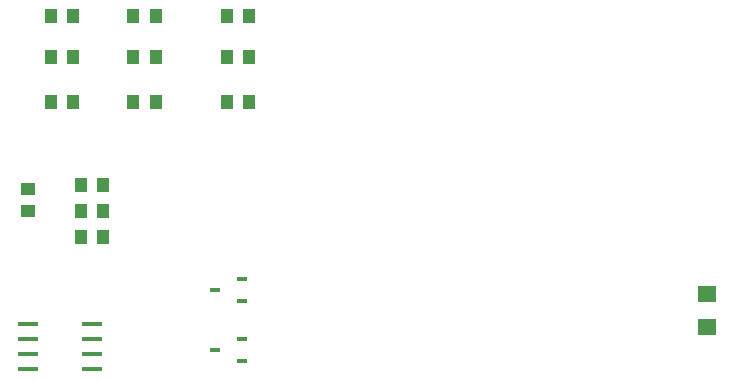
<source format=gbr>
G04 DipTrace 3.3.1.3*
G04 TopPaste.gbr*
%MOIN*%
G04 #@! TF.FileFunction,Paste,Top*
G04 #@! TF.Part,Single*
%ADD38R,0.07086X0.015742*%
%ADD40R,0.043301X0.051175*%
%ADD50R,0.062986X0.055112*%
%ADD52R,0.033459X0.017711*%
%ADD54R,0.051175X0.043301*%
%FSLAX26Y26*%
G04*
G70*
G90*
G75*
G01*
G04 TopPaste*
%LPD*%
D54*
X506200Y1368700D3*
Y1443503D3*
D52*
X1218700Y1068700D3*
Y1143503D3*
X1128149Y1106102D3*
D50*
X2768700Y981200D3*
Y1091436D3*
D52*
X1218700Y868700D3*
Y943503D3*
X1128149Y906102D3*
D40*
X1243700Y2018700D3*
X1168897D3*
X1243700Y1881200D3*
X1168897D3*
X1243700Y1731200D3*
X1168897D3*
X856397D3*
X931200D3*
X856397Y1881200D3*
X931200D3*
X856397Y2018700D3*
X931200D3*
X656200D3*
X581397D3*
X656200Y1881200D3*
X581397D3*
X656200Y1731200D3*
X581397D3*
X756200Y1281200D3*
X681397D3*
X756200Y1456200D3*
X681397D3*
X756200Y1368700D3*
X681397D3*
D38*
X506200Y993700D3*
Y943700D3*
Y893700D3*
Y843700D3*
X718798D3*
Y893700D3*
Y943700D3*
Y993700D3*
M02*

</source>
